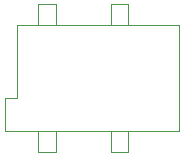
<source format=gbr>
%TF.GenerationSoftware,Altium Limited,Altium Designer,22.10.1 (41)*%
G04 Layer_Color=32896*
%FSLAX25Y25*%
%MOIN*%
%TF.SameCoordinates,BEAA4B2D-68BC-4382-99D5-5DCEA874A810*%
%TF.FilePolarity,Positive*%
%TF.FileFunction,Other,Bottom_Component_Outline*%
%TF.Part,Single*%
G01*
G75*
%TA.AperFunction,NonConductor*%
%ADD93C,0.00394*%
D93*
X275051Y194894D02*
Y201783D01*
Y194894D02*
X280957D01*
Y201783D01*
X299264Y194894D02*
Y201783D01*
Y194894D02*
X305169D01*
Y201783D01*
X299264Y237216D02*
Y244106D01*
X305169D01*
Y237216D02*
Y244106D01*
X280957Y237216D02*
Y244106D01*
X275051D02*
X280957D01*
X275051Y237216D02*
Y244106D01*
X264028Y201783D02*
X321902D01*
X267965Y212807D02*
Y237216D01*
X264028Y212807D02*
X267965D01*
X264028Y201783D02*
Y212807D01*
X321902Y201783D02*
Y237216D01*
X267965D02*
X321902D01*
%TF.MD5,e9a75836ada7e0487ea590d34852c31e*%
M02*

</source>
